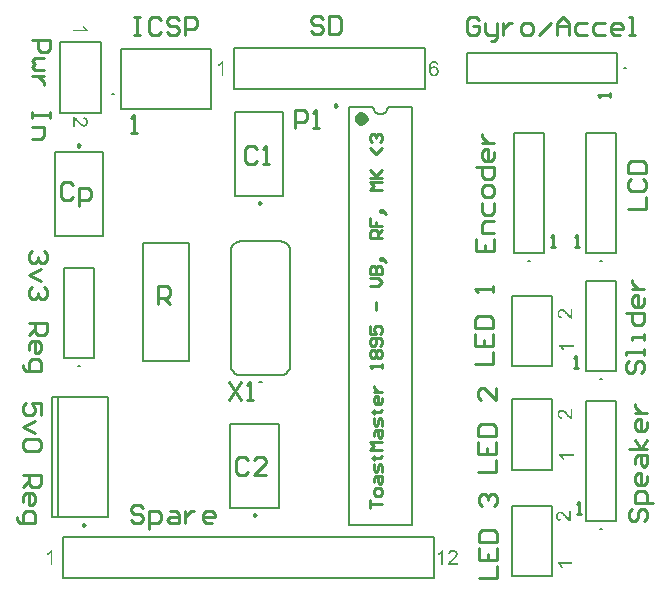
<source format=gto>
G04*
G04 #@! TF.GenerationSoftware,Altium Limited,Altium Designer,22.9.1 (49)*
G04*
G04 Layer_Color=65535*
%FSLAX25Y25*%
%MOIN*%
G70*
G04*
G04 #@! TF.SameCoordinates,75241AAF-32B0-4302-B227-1967B964D7D5*
G04*
G04*
G04 #@! TF.FilePolarity,Positive*
G04*
G01*
G75*
%ADD10C,0.00787*%
%ADD11C,0.00984*%
%ADD12C,0.00700*%
%ADD13C,0.02362*%
%ADD14C,0.00787*%
%ADD15C,0.01000*%
G36*
X26736Y197158D02*
X26750Y197143D01*
X26757Y197115D01*
X26779Y197079D01*
X26800Y197036D01*
X26829Y196986D01*
X26901Y196864D01*
X26979Y196721D01*
X27080Y196577D01*
X27194Y196426D01*
X27316Y196276D01*
X27323Y196269D01*
X27331Y196262D01*
X27352Y196240D01*
X27374Y196211D01*
X27445Y196147D01*
X27531Y196061D01*
X27632Y195975D01*
X27746Y195882D01*
X27861Y195803D01*
X27983Y195731D01*
Y195337D01*
X23000D01*
Y195946D01*
X26879D01*
X26872Y195953D01*
X26843Y195989D01*
X26800Y196032D01*
X26750Y196104D01*
X26685Y196183D01*
X26614Y196283D01*
X26535Y196398D01*
X26456Y196527D01*
Y196534D01*
X26449Y196541D01*
X26420Y196584D01*
X26384Y196656D01*
X26341Y196742D01*
X26291Y196842D01*
X26241Y196950D01*
X26191Y197057D01*
X26148Y197165D01*
X26736D01*
Y197158D01*
D02*
G37*
G36*
X23136Y166872D02*
X23201Y166865D01*
X23272Y166850D01*
X23344Y166836D01*
X23423Y166807D01*
X23430D01*
X23437Y166800D01*
X23480Y166786D01*
X23545Y166757D01*
X23631Y166714D01*
X23731Y166657D01*
X23846Y166585D01*
X23961Y166506D01*
X24083Y166406D01*
X24090D01*
X24097Y166391D01*
X24140Y166355D01*
X24205Y166291D01*
X24298Y166198D01*
X24405Y166090D01*
X24534Y165954D01*
X24678Y165789D01*
X24828Y165610D01*
X24836Y165603D01*
X24857Y165574D01*
X24893Y165531D01*
X24936Y165481D01*
X24993Y165416D01*
X25058Y165337D01*
X25130Y165258D01*
X25208Y165165D01*
X25380Y164986D01*
X25552Y164807D01*
X25639Y164721D01*
X25725Y164642D01*
X25804Y164570D01*
X25882Y164513D01*
X25890D01*
X25897Y164498D01*
X25918Y164484D01*
X25947Y164470D01*
X26026Y164419D01*
X26119Y164362D01*
X26234Y164312D01*
X26356Y164262D01*
X26492Y164233D01*
X26621Y164219D01*
X26628D01*
X26635D01*
X26678Y164226D01*
X26750Y164233D01*
X26829Y164255D01*
X26929Y164283D01*
X27029Y164333D01*
X27130Y164398D01*
X27230Y164484D01*
X27245Y164498D01*
X27273Y164534D01*
X27309Y164584D01*
X27359Y164663D01*
X27402Y164764D01*
X27445Y164878D01*
X27474Y165015D01*
X27481Y165165D01*
Y165208D01*
X27474Y165237D01*
X27467Y165323D01*
X27445Y165423D01*
X27417Y165531D01*
X27367Y165653D01*
X27302Y165768D01*
X27216Y165875D01*
X27202Y165889D01*
X27166Y165918D01*
X27108Y165961D01*
X27022Y166004D01*
X26922Y166054D01*
X26793Y166097D01*
X26649Y166126D01*
X26485Y166140D01*
X26549Y166764D01*
X26556D01*
X26578Y166757D01*
X26614D01*
X26664Y166750D01*
X26721Y166735D01*
X26786Y166721D01*
X26865Y166700D01*
X26943Y166678D01*
X27116Y166621D01*
X27288Y166535D01*
X27374Y166484D01*
X27460Y166420D01*
X27539Y166355D01*
X27610Y166284D01*
X27617Y166277D01*
X27625Y166262D01*
X27646Y166241D01*
X27668Y166205D01*
X27696Y166162D01*
X27725Y166112D01*
X27761Y166054D01*
X27797Y165983D01*
X27833Y165904D01*
X27868Y165818D01*
X27897Y165725D01*
X27926Y165624D01*
X27947Y165516D01*
X27969Y165402D01*
X27976Y165280D01*
X27983Y165151D01*
Y165079D01*
X27976Y165029D01*
X27969Y164972D01*
X27962Y164900D01*
X27947Y164821D01*
X27933Y164742D01*
X27883Y164556D01*
X27811Y164369D01*
X27768Y164276D01*
X27718Y164183D01*
X27653Y164097D01*
X27582Y164018D01*
X27575Y164011D01*
X27567Y163997D01*
X27539Y163982D01*
X27510Y163953D01*
X27474Y163918D01*
X27424Y163882D01*
X27374Y163846D01*
X27309Y163803D01*
X27173Y163731D01*
X27001Y163660D01*
X26915Y163631D01*
X26814Y163617D01*
X26714Y163602D01*
X26607Y163595D01*
X26592D01*
X26556D01*
X26499Y163602D01*
X26420Y163609D01*
X26334Y163624D01*
X26234Y163652D01*
X26126Y163681D01*
X26019Y163724D01*
X26004Y163731D01*
X25968Y163745D01*
X25911Y163774D01*
X25832Y163817D01*
X25746Y163875D01*
X25639Y163946D01*
X25531Y164032D01*
X25409Y164133D01*
X25395Y164147D01*
X25352Y164183D01*
X25316Y164219D01*
X25280Y164255D01*
X25237Y164298D01*
X25180Y164355D01*
X25122Y164412D01*
X25058Y164484D01*
X24986Y164556D01*
X24907Y164642D01*
X24828Y164735D01*
X24735Y164835D01*
X24642Y164950D01*
X24542Y165065D01*
X24534Y165072D01*
X24520Y165086D01*
X24498Y165115D01*
X24470Y165151D01*
X24427Y165194D01*
X24384Y165244D01*
X24291Y165359D01*
X24183Y165481D01*
X24076Y165595D01*
X23982Y165696D01*
X23946Y165739D01*
X23911Y165775D01*
X23903Y165782D01*
X23882Y165803D01*
X23853Y165832D01*
X23810Y165868D01*
X23760Y165904D01*
X23710Y165947D01*
X23588Y166033D01*
Y163588D01*
X23000D01*
Y166879D01*
X23007D01*
X23036D01*
X23079D01*
X23136Y166872D01*
D02*
G37*
G36*
X73163Y180500D02*
X72554D01*
Y184379D01*
X72547Y184372D01*
X72511Y184343D01*
X72468Y184300D01*
X72396Y184250D01*
X72317Y184185D01*
X72217Y184114D01*
X72102Y184035D01*
X71973Y183956D01*
X71966D01*
X71959Y183949D01*
X71916Y183920D01*
X71844Y183884D01*
X71758Y183841D01*
X71658Y183791D01*
X71550Y183741D01*
X71443Y183691D01*
X71335Y183648D01*
Y184236D01*
X71342D01*
X71356Y184250D01*
X71385Y184257D01*
X71421Y184279D01*
X71464Y184300D01*
X71514Y184329D01*
X71636Y184400D01*
X71780Y184479D01*
X71923Y184580D01*
X72074Y184695D01*
X72224Y184816D01*
X72231Y184824D01*
X72238Y184831D01*
X72260Y184852D01*
X72289Y184874D01*
X72353Y184945D01*
X72439Y185031D01*
X72525Y185132D01*
X72618Y185247D01*
X72697Y185361D01*
X72769Y185483D01*
X73163D01*
Y180500D01*
D02*
G37*
G36*
X143500Y185476D02*
X143550D01*
X143607Y185469D01*
X143744Y185440D01*
X143894Y185404D01*
X144052Y185347D01*
X144210Y185261D01*
X144288Y185211D01*
X144360Y185153D01*
X144367Y185146D01*
X144375Y185139D01*
X144396Y185117D01*
X144418Y185096D01*
X144453Y185060D01*
X144482Y185017D01*
X144561Y184917D01*
X144640Y184788D01*
X144711Y184630D01*
X144776Y184451D01*
X144819Y184250D01*
X144210Y184200D01*
Y184207D01*
X144202Y184214D01*
X144195Y184257D01*
X144174Y184322D01*
X144145Y184400D01*
X144116Y184486D01*
X144073Y184573D01*
X144023Y184651D01*
X143973Y184716D01*
X143959Y184730D01*
X143930Y184759D01*
X143880Y184802D01*
X143808Y184852D01*
X143715Y184895D01*
X143614Y184938D01*
X143492Y184967D01*
X143363Y184981D01*
X143313D01*
X143256Y184974D01*
X143191Y184960D01*
X143105Y184938D01*
X143019Y184909D01*
X142933Y184874D01*
X142847Y184816D01*
X142833Y184809D01*
X142797Y184781D01*
X142747Y184730D01*
X142682Y184659D01*
X142611Y184573D01*
X142532Y184472D01*
X142460Y184343D01*
X142388Y184200D01*
Y184193D01*
X142381Y184178D01*
X142374Y184157D01*
X142360Y184128D01*
X142352Y184085D01*
X142338Y184035D01*
X142324Y183977D01*
X142309Y183906D01*
X142288Y183827D01*
X142274Y183741D01*
X142259Y183648D01*
X142252Y183547D01*
X142238Y183432D01*
X142231Y183318D01*
X142224Y183189D01*
Y183060D01*
X142231Y183067D01*
X142259Y183110D01*
X142309Y183167D01*
X142374Y183239D01*
X142446Y183325D01*
X142539Y183404D01*
X142639Y183483D01*
X142754Y183554D01*
X142761D01*
X142768Y183562D01*
X142811Y183583D01*
X142876Y183605D01*
X142962Y183641D01*
X143062Y183669D01*
X143177Y183691D01*
X143299Y183712D01*
X143428Y183719D01*
X143485D01*
X143528Y183712D01*
X143586Y183705D01*
X143643Y183698D01*
X143715Y183684D01*
X143787Y183662D01*
X143951Y183612D01*
X144037Y183576D01*
X144123Y183526D01*
X144210Y183475D01*
X144303Y183418D01*
X144389Y183346D01*
X144468Y183268D01*
X144475Y183260D01*
X144489Y183246D01*
X144511Y183225D01*
X144532Y183189D01*
X144568Y183139D01*
X144604Y183088D01*
X144640Y183024D01*
X144683Y182952D01*
X144726Y182873D01*
X144762Y182787D01*
X144798Y182687D01*
X144833Y182587D01*
X144855Y182479D01*
X144876Y182357D01*
X144891Y182235D01*
X144898Y182106D01*
Y182099D01*
Y182085D01*
Y182063D01*
Y182027D01*
X144891Y181984D01*
Y181941D01*
X144869Y181826D01*
X144848Y181690D01*
X144812Y181547D01*
X144762Y181389D01*
X144690Y181238D01*
Y181231D01*
X144683Y181224D01*
X144668Y181203D01*
X144654Y181174D01*
X144611Y181102D01*
X144546Y181009D01*
X144468Y180909D01*
X144375Y180808D01*
X144260Y180708D01*
X144138Y180622D01*
X144131D01*
X144123Y180615D01*
X144102Y180600D01*
X144073Y180593D01*
X144002Y180557D01*
X143908Y180522D01*
X143787Y180479D01*
X143650Y180450D01*
X143500Y180421D01*
X143335Y180414D01*
X143299D01*
X143263Y180421D01*
X143206D01*
X143141Y180428D01*
X143070Y180443D01*
X142983Y180464D01*
X142897Y180486D01*
X142797Y180514D01*
X142697Y180550D01*
X142596Y180593D01*
X142489Y180651D01*
X142388Y180715D01*
X142288Y180787D01*
X142188Y180873D01*
X142094Y180973D01*
X142087Y180980D01*
X142073Y181002D01*
X142051Y181031D01*
X142023Y181081D01*
X141980Y181145D01*
X141944Y181217D01*
X141901Y181310D01*
X141858Y181411D01*
X141808Y181533D01*
X141765Y181669D01*
X141729Y181819D01*
X141693Y181984D01*
X141657Y182171D01*
X141636Y182371D01*
X141621Y182587D01*
X141614Y182816D01*
Y182823D01*
Y182830D01*
Y182852D01*
Y182880D01*
X141621Y182952D01*
Y183053D01*
X141628Y183167D01*
X141643Y183303D01*
X141657Y183454D01*
X141679Y183619D01*
X141707Y183784D01*
X141743Y183963D01*
X141786Y184135D01*
X141836Y184307D01*
X141901Y184472D01*
X141972Y184630D01*
X142051Y184781D01*
X142145Y184909D01*
X142152Y184917D01*
X142166Y184931D01*
X142195Y184960D01*
X142231Y185003D01*
X142274Y185046D01*
X142331Y185089D01*
X142403Y185146D01*
X142474Y185196D01*
X142560Y185247D01*
X142654Y185304D01*
X142761Y185347D01*
X142869Y185397D01*
X142991Y185433D01*
X143120Y185462D01*
X143256Y185476D01*
X143399Y185483D01*
X143457D01*
X143500Y185476D01*
D02*
G37*
G36*
X190000Y53719D02*
X186121D01*
X186128Y53712D01*
X186157Y53676D01*
X186200Y53633D01*
X186250Y53561D01*
X186315Y53482D01*
X186386Y53382D01*
X186465Y53267D01*
X186544Y53138D01*
Y53131D01*
X186551Y53124D01*
X186580Y53081D01*
X186616Y53009D01*
X186659Y52923D01*
X186709Y52823D01*
X186759Y52715D01*
X186809Y52608D01*
X186852Y52500D01*
X186264D01*
Y52507D01*
X186250Y52522D01*
X186243Y52550D01*
X186221Y52586D01*
X186200Y52629D01*
X186171Y52679D01*
X186100Y52801D01*
X186021Y52944D01*
X185920Y53088D01*
X185805Y53238D01*
X185684Y53389D01*
X185677Y53396D01*
X185669Y53403D01*
X185648Y53425D01*
X185626Y53454D01*
X185555Y53518D01*
X185469Y53604D01*
X185368Y53690D01*
X185254Y53783D01*
X185139Y53862D01*
X185017Y53934D01*
Y54328D01*
X190000D01*
Y53719D01*
D02*
G37*
G36*
X189500Y66007D02*
X189493D01*
X189464D01*
X189421D01*
X189364Y66014D01*
X189299Y66022D01*
X189227Y66036D01*
X189156Y66050D01*
X189077Y66079D01*
X189070D01*
X189063Y66086D01*
X189020Y66100D01*
X188955Y66129D01*
X188869Y66172D01*
X188769Y66229D01*
X188654Y66301D01*
X188539Y66380D01*
X188417Y66480D01*
X188410D01*
X188403Y66495D01*
X188360Y66531D01*
X188295Y66595D01*
X188202Y66688D01*
X188095Y66796D01*
X187966Y66932D01*
X187822Y67097D01*
X187672Y67276D01*
X187664Y67283D01*
X187643Y67312D01*
X187607Y67355D01*
X187564Y67405D01*
X187507Y67470D01*
X187442Y67549D01*
X187371Y67628D01*
X187292Y67721D01*
X187120Y67900D01*
X186948Y68079D01*
X186861Y68165D01*
X186775Y68244D01*
X186697Y68316D01*
X186618Y68373D01*
X186610D01*
X186603Y68388D01*
X186582Y68402D01*
X186553Y68416D01*
X186474Y68467D01*
X186381Y68524D01*
X186266Y68574D01*
X186144Y68624D01*
X186008Y68653D01*
X185879Y68667D01*
X185872D01*
X185865D01*
X185822Y68660D01*
X185750Y68653D01*
X185671Y68631D01*
X185571Y68603D01*
X185470Y68553D01*
X185370Y68488D01*
X185270Y68402D01*
X185255Y68388D01*
X185227Y68352D01*
X185191Y68302D01*
X185141Y68223D01*
X185098Y68122D01*
X185055Y68008D01*
X185026Y67871D01*
X185019Y67721D01*
Y67678D01*
X185026Y67649D01*
X185033Y67563D01*
X185055Y67463D01*
X185083Y67355D01*
X185134Y67233D01*
X185198Y67119D01*
X185284Y67011D01*
X185298Y66997D01*
X185334Y66968D01*
X185392Y66925D01*
X185478Y66882D01*
X185578Y66832D01*
X185707Y66789D01*
X185851Y66760D01*
X186015Y66746D01*
X185951Y66122D01*
X185944D01*
X185922Y66129D01*
X185886D01*
X185836Y66136D01*
X185779Y66151D01*
X185714Y66165D01*
X185635Y66186D01*
X185556Y66208D01*
X185384Y66265D01*
X185212Y66351D01*
X185126Y66401D01*
X185040Y66466D01*
X184961Y66531D01*
X184890Y66602D01*
X184882Y66610D01*
X184875Y66624D01*
X184854Y66645D01*
X184832Y66681D01*
X184804Y66724D01*
X184775Y66774D01*
X184739Y66832D01*
X184703Y66903D01*
X184667Y66982D01*
X184632Y67068D01*
X184603Y67162D01*
X184574Y67262D01*
X184553Y67370D01*
X184531Y67484D01*
X184524Y67606D01*
X184517Y67735D01*
Y67807D01*
X184524Y67857D01*
X184531Y67914D01*
X184538Y67986D01*
X184553Y68065D01*
X184567Y68144D01*
X184617Y68330D01*
X184689Y68517D01*
X184732Y68610D01*
X184782Y68703D01*
X184847Y68789D01*
X184918Y68868D01*
X184925Y68875D01*
X184933Y68889D01*
X184961Y68904D01*
X184990Y68932D01*
X185026Y68968D01*
X185076Y69004D01*
X185126Y69040D01*
X185191Y69083D01*
X185327Y69155D01*
X185499Y69226D01*
X185585Y69255D01*
X185686Y69270D01*
X185786Y69284D01*
X185893Y69291D01*
X185908D01*
X185944D01*
X186001Y69284D01*
X186080Y69277D01*
X186166Y69262D01*
X186266Y69234D01*
X186374Y69205D01*
X186481Y69162D01*
X186496Y69155D01*
X186532Y69140D01*
X186589Y69112D01*
X186668Y69069D01*
X186754Y69011D01*
X186861Y68940D01*
X186969Y68854D01*
X187091Y68753D01*
X187105Y68739D01*
X187148Y68703D01*
X187184Y68667D01*
X187220Y68631D01*
X187263Y68588D01*
X187320Y68531D01*
X187378Y68474D01*
X187442Y68402D01*
X187514Y68330D01*
X187593Y68244D01*
X187672Y68151D01*
X187765Y68051D01*
X187858Y67936D01*
X187958Y67821D01*
X187966Y67814D01*
X187980Y67800D01*
X188002Y67771D01*
X188030Y67735D01*
X188073Y67692D01*
X188116Y67642D01*
X188209Y67527D01*
X188317Y67405D01*
X188425Y67291D01*
X188518Y67190D01*
X188554Y67147D01*
X188589Y67111D01*
X188597Y67104D01*
X188618Y67083D01*
X188647Y67054D01*
X188690Y67018D01*
X188740Y66982D01*
X188790Y66939D01*
X188912Y66853D01*
Y69298D01*
X189500D01*
Y66007D01*
D02*
G37*
G36*
Y17719D02*
X185621D01*
X185628Y17712D01*
X185657Y17676D01*
X185700Y17633D01*
X185750Y17561D01*
X185815Y17482D01*
X185886Y17382D01*
X185965Y17267D01*
X186044Y17138D01*
Y17131D01*
X186051Y17124D01*
X186080Y17081D01*
X186116Y17009D01*
X186159Y16923D01*
X186209Y16823D01*
X186259Y16715D01*
X186309Y16608D01*
X186352Y16500D01*
X185764D01*
Y16507D01*
X185750Y16522D01*
X185743Y16550D01*
X185721Y16586D01*
X185700Y16629D01*
X185671Y16679D01*
X185600Y16801D01*
X185521Y16944D01*
X185420Y17088D01*
X185306Y17239D01*
X185184Y17389D01*
X185177Y17396D01*
X185169Y17403D01*
X185148Y17425D01*
X185126Y17454D01*
X185055Y17518D01*
X184969Y17604D01*
X184868Y17690D01*
X184754Y17783D01*
X184639Y17862D01*
X184517Y17934D01*
Y18328D01*
X189500D01*
Y17719D01*
D02*
G37*
G36*
X189000Y32007D02*
X188993D01*
X188964D01*
X188921D01*
X188864Y32014D01*
X188799Y32021D01*
X188727Y32036D01*
X188656Y32050D01*
X188577Y32079D01*
X188570D01*
X188563Y32086D01*
X188520Y32100D01*
X188455Y32129D01*
X188369Y32172D01*
X188269Y32229D01*
X188154Y32301D01*
X188039Y32380D01*
X187917Y32480D01*
X187910D01*
X187903Y32495D01*
X187860Y32531D01*
X187795Y32595D01*
X187702Y32688D01*
X187595Y32796D01*
X187466Y32932D01*
X187322Y33097D01*
X187172Y33276D01*
X187164Y33283D01*
X187143Y33312D01*
X187107Y33355D01*
X187064Y33405D01*
X187007Y33470D01*
X186942Y33549D01*
X186871Y33628D01*
X186792Y33721D01*
X186620Y33900D01*
X186448Y34079D01*
X186361Y34165D01*
X186275Y34244D01*
X186196Y34316D01*
X186118Y34373D01*
X186110D01*
X186103Y34388D01*
X186082Y34402D01*
X186053Y34416D01*
X185974Y34466D01*
X185881Y34524D01*
X185766Y34574D01*
X185644Y34624D01*
X185508Y34653D01*
X185379Y34667D01*
X185372D01*
X185365D01*
X185322Y34660D01*
X185250Y34653D01*
X185171Y34631D01*
X185071Y34603D01*
X184970Y34552D01*
X184870Y34488D01*
X184770Y34402D01*
X184755Y34388D01*
X184727Y34352D01*
X184691Y34302D01*
X184641Y34223D01*
X184598Y34122D01*
X184555Y34008D01*
X184526Y33871D01*
X184519Y33721D01*
Y33678D01*
X184526Y33649D01*
X184533Y33563D01*
X184555Y33463D01*
X184583Y33355D01*
X184634Y33233D01*
X184698Y33119D01*
X184784Y33011D01*
X184798Y32997D01*
X184834Y32968D01*
X184892Y32925D01*
X184978Y32882D01*
X185078Y32832D01*
X185207Y32789D01*
X185351Y32760D01*
X185515Y32746D01*
X185451Y32122D01*
X185444D01*
X185422Y32129D01*
X185386D01*
X185336Y32136D01*
X185279Y32151D01*
X185214Y32165D01*
X185135Y32186D01*
X185056Y32208D01*
X184884Y32265D01*
X184712Y32351D01*
X184626Y32401D01*
X184540Y32466D01*
X184461Y32531D01*
X184390Y32602D01*
X184382Y32609D01*
X184375Y32624D01*
X184354Y32645D01*
X184332Y32681D01*
X184304Y32724D01*
X184275Y32774D01*
X184239Y32832D01*
X184203Y32903D01*
X184167Y32982D01*
X184132Y33068D01*
X184103Y33162D01*
X184074Y33262D01*
X184053Y33369D01*
X184031Y33484D01*
X184024Y33606D01*
X184017Y33735D01*
Y33807D01*
X184024Y33857D01*
X184031Y33914D01*
X184038Y33986D01*
X184053Y34065D01*
X184067Y34144D01*
X184117Y34330D01*
X184189Y34517D01*
X184232Y34610D01*
X184282Y34703D01*
X184347Y34789D01*
X184418Y34868D01*
X184425Y34875D01*
X184433Y34890D01*
X184461Y34904D01*
X184490Y34933D01*
X184526Y34968D01*
X184576Y35004D01*
X184626Y35040D01*
X184691Y35083D01*
X184827Y35155D01*
X184999Y35227D01*
X185085Y35255D01*
X185186Y35269D01*
X185286Y35284D01*
X185394Y35291D01*
X185408D01*
X185444D01*
X185501Y35284D01*
X185580Y35277D01*
X185666Y35262D01*
X185766Y35234D01*
X185874Y35205D01*
X185981Y35162D01*
X185996Y35155D01*
X186032Y35140D01*
X186089Y35112D01*
X186168Y35069D01*
X186254Y35011D01*
X186361Y34940D01*
X186469Y34854D01*
X186591Y34753D01*
X186605Y34739D01*
X186648Y34703D01*
X186684Y34667D01*
X186720Y34631D01*
X186763Y34588D01*
X186820Y34531D01*
X186878Y34474D01*
X186942Y34402D01*
X187014Y34330D01*
X187093Y34244D01*
X187172Y34151D01*
X187265Y34051D01*
X187358Y33936D01*
X187458Y33821D01*
X187466Y33814D01*
X187480Y33800D01*
X187502Y33771D01*
X187530Y33735D01*
X187573Y33692D01*
X187616Y33642D01*
X187709Y33527D01*
X187817Y33405D01*
X187925Y33291D01*
X188018Y33190D01*
X188054Y33147D01*
X188089Y33111D01*
X188097Y33104D01*
X188118Y33083D01*
X188147Y33054D01*
X188190Y33018D01*
X188240Y32982D01*
X188290Y32939D01*
X188412Y32853D01*
Y35298D01*
X189000D01*
Y32007D01*
D02*
G37*
G36*
X16163Y17500D02*
X15554D01*
Y21379D01*
X15547Y21372D01*
X15511Y21343D01*
X15468Y21300D01*
X15396Y21250D01*
X15317Y21185D01*
X15217Y21114D01*
X15102Y21035D01*
X14973Y20956D01*
X14966D01*
X14959Y20949D01*
X14916Y20920D01*
X14844Y20884D01*
X14758Y20841D01*
X14658Y20791D01*
X14550Y20741D01*
X14443Y20691D01*
X14335Y20648D01*
Y21236D01*
X14342D01*
X14356Y21250D01*
X14385Y21257D01*
X14421Y21279D01*
X14464Y21300D01*
X14514Y21329D01*
X14636Y21400D01*
X14780Y21479D01*
X14923Y21580D01*
X15074Y21695D01*
X15224Y21816D01*
X15231Y21824D01*
X15238Y21831D01*
X15260Y21852D01*
X15289Y21874D01*
X15353Y21945D01*
X15439Y22031D01*
X15525Y22132D01*
X15618Y22246D01*
X15697Y22361D01*
X15769Y22483D01*
X16163D01*
Y17500D01*
D02*
G37*
G36*
X149769Y22476D02*
X149827Y22469D01*
X149898Y22462D01*
X149977Y22447D01*
X150056Y22433D01*
X150242Y22383D01*
X150429Y22311D01*
X150522Y22268D01*
X150615Y22218D01*
X150701Y22153D01*
X150780Y22082D01*
X150787Y22074D01*
X150802Y22067D01*
X150816Y22039D01*
X150845Y22010D01*
X150881Y21974D01*
X150916Y21924D01*
X150952Y21874D01*
X150995Y21809D01*
X151067Y21673D01*
X151139Y21501D01*
X151167Y21415D01*
X151182Y21314D01*
X151196Y21214D01*
X151203Y21106D01*
Y21092D01*
Y21056D01*
X151196Y20999D01*
X151189Y20920D01*
X151174Y20834D01*
X151146Y20734D01*
X151117Y20626D01*
X151074Y20519D01*
X151067Y20504D01*
X151053Y20468D01*
X151024Y20411D01*
X150981Y20332D01*
X150924Y20246D01*
X150852Y20139D01*
X150766Y20031D01*
X150665Y19909D01*
X150651Y19895D01*
X150615Y19852D01*
X150579Y19816D01*
X150544Y19780D01*
X150501Y19737D01*
X150443Y19680D01*
X150386Y19622D01*
X150314Y19558D01*
X150242Y19486D01*
X150156Y19407D01*
X150063Y19328D01*
X149963Y19235D01*
X149848Y19142D01*
X149733Y19042D01*
X149726Y19034D01*
X149712Y19020D01*
X149683Y18999D01*
X149647Y18970D01*
X149604Y18927D01*
X149554Y18884D01*
X149439Y18791D01*
X149318Y18683D01*
X149203Y18575D01*
X149102Y18482D01*
X149059Y18446D01*
X149024Y18411D01*
X149016Y18403D01*
X148995Y18382D01*
X148966Y18353D01*
X148930Y18310D01*
X148895Y18260D01*
X148852Y18210D01*
X148765Y18088D01*
X151210D01*
Y17500D01*
X147919D01*
Y17507D01*
Y17536D01*
Y17579D01*
X147926Y17636D01*
X147934Y17701D01*
X147948Y17773D01*
X147962Y17844D01*
X147991Y17923D01*
Y17930D01*
X147998Y17937D01*
X148013Y17980D01*
X148041Y18045D01*
X148084Y18131D01*
X148142Y18231D01*
X148213Y18346D01*
X148292Y18461D01*
X148393Y18583D01*
Y18590D01*
X148407Y18597D01*
X148443Y18640D01*
X148507Y18705D01*
X148600Y18798D01*
X148708Y18905D01*
X148844Y19034D01*
X149009Y19178D01*
X149188Y19328D01*
X149196Y19335D01*
X149224Y19357D01*
X149267Y19393D01*
X149318Y19436D01*
X149382Y19493D01*
X149461Y19558D01*
X149540Y19629D01*
X149633Y19708D01*
X149812Y19880D01*
X149992Y20053D01*
X150077Y20139D01*
X150156Y20225D01*
X150228Y20303D01*
X150285Y20382D01*
Y20390D01*
X150300Y20397D01*
X150314Y20418D01*
X150329Y20447D01*
X150379Y20526D01*
X150436Y20619D01*
X150486Y20734D01*
X150536Y20856D01*
X150565Y20992D01*
X150579Y21121D01*
Y21128D01*
Y21135D01*
X150572Y21178D01*
X150565Y21250D01*
X150544Y21329D01*
X150515Y21429D01*
X150465Y21530D01*
X150400Y21630D01*
X150314Y21730D01*
X150300Y21745D01*
X150264Y21773D01*
X150214Y21809D01*
X150135Y21859D01*
X150034Y21902D01*
X149920Y21945D01*
X149784Y21974D01*
X149633Y21981D01*
X149590D01*
X149561Y21974D01*
X149475Y21967D01*
X149375Y21945D01*
X149267Y21917D01*
X149145Y21867D01*
X149031Y21802D01*
X148923Y21716D01*
X148909Y21702D01*
X148880Y21666D01*
X148837Y21608D01*
X148794Y21522D01*
X148744Y21422D01*
X148701Y21293D01*
X148672Y21149D01*
X148658Y20985D01*
X148034Y21049D01*
Y21056D01*
X148041Y21078D01*
Y21114D01*
X148048Y21164D01*
X148063Y21221D01*
X148077Y21286D01*
X148099Y21365D01*
X148120Y21443D01*
X148178Y21616D01*
X148264Y21788D01*
X148314Y21874D01*
X148378Y21960D01*
X148443Y22039D01*
X148514Y22110D01*
X148522Y22118D01*
X148536Y22125D01*
X148557Y22146D01*
X148593Y22168D01*
X148636Y22196D01*
X148687Y22225D01*
X148744Y22261D01*
X148816Y22297D01*
X148895Y22333D01*
X148980Y22368D01*
X149074Y22397D01*
X149174Y22426D01*
X149282Y22447D01*
X149396Y22469D01*
X149518Y22476D01*
X149647Y22483D01*
X149719D01*
X149769Y22476D01*
D02*
G37*
G36*
X146442Y17500D02*
X145833D01*
Y21379D01*
X145826Y21372D01*
X145790Y21343D01*
X145747Y21300D01*
X145675Y21250D01*
X145596Y21185D01*
X145496Y21114D01*
X145381Y21035D01*
X145252Y20956D01*
X145245D01*
X145238Y20949D01*
X145195Y20920D01*
X145123Y20884D01*
X145037Y20841D01*
X144937Y20791D01*
X144829Y20741D01*
X144722Y20691D01*
X144614Y20648D01*
Y21236D01*
X144621D01*
X144635Y21250D01*
X144664Y21257D01*
X144700Y21279D01*
X144743Y21300D01*
X144793Y21329D01*
X144915Y21400D01*
X145059Y21479D01*
X145202Y21580D01*
X145352Y21695D01*
X145503Y21816D01*
X145510Y21824D01*
X145517Y21831D01*
X145539Y21852D01*
X145568Y21874D01*
X145632Y21945D01*
X145718Y22031D01*
X145804Y22132D01*
X145897Y22246D01*
X145976Y22361D01*
X146048Y22483D01*
X146442D01*
Y17500D01*
D02*
G37*
G36*
X190000Y90219D02*
X186121D01*
X186128Y90212D01*
X186157Y90176D01*
X186200Y90133D01*
X186250Y90061D01*
X186315Y89982D01*
X186386Y89882D01*
X186465Y89767D01*
X186544Y89638D01*
Y89631D01*
X186551Y89624D01*
X186580Y89581D01*
X186616Y89509D01*
X186659Y89423D01*
X186709Y89323D01*
X186759Y89215D01*
X186809Y89108D01*
X186852Y89000D01*
X186264D01*
Y89007D01*
X186250Y89021D01*
X186243Y89050D01*
X186221Y89086D01*
X186200Y89129D01*
X186171Y89179D01*
X186100Y89301D01*
X186021Y89445D01*
X185920Y89588D01*
X185805Y89739D01*
X185684Y89889D01*
X185677Y89896D01*
X185669Y89903D01*
X185648Y89925D01*
X185626Y89954D01*
X185555Y90018D01*
X185469Y90104D01*
X185368Y90190D01*
X185254Y90283D01*
X185139Y90362D01*
X185017Y90434D01*
Y90828D01*
X190000D01*
Y90219D01*
D02*
G37*
G36*
X189500Y99507D02*
X189493D01*
X189464D01*
X189421D01*
X189364Y99514D01*
X189299Y99521D01*
X189227Y99536D01*
X189156Y99550D01*
X189077Y99579D01*
X189070D01*
X189063Y99586D01*
X189020Y99600D01*
X188955Y99629D01*
X188869Y99672D01*
X188769Y99729D01*
X188654Y99801D01*
X188539Y99880D01*
X188417Y99980D01*
X188410D01*
X188403Y99995D01*
X188360Y100031D01*
X188295Y100095D01*
X188202Y100188D01*
X188095Y100296D01*
X187966Y100432D01*
X187822Y100597D01*
X187672Y100776D01*
X187664Y100783D01*
X187643Y100812D01*
X187607Y100855D01*
X187564Y100905D01*
X187507Y100970D01*
X187442Y101049D01*
X187371Y101128D01*
X187292Y101221D01*
X187120Y101400D01*
X186948Y101579D01*
X186861Y101665D01*
X186775Y101744D01*
X186697Y101816D01*
X186618Y101873D01*
X186610D01*
X186603Y101888D01*
X186582Y101902D01*
X186553Y101916D01*
X186474Y101967D01*
X186381Y102024D01*
X186266Y102074D01*
X186144Y102124D01*
X186008Y102153D01*
X185879Y102167D01*
X185872D01*
X185865D01*
X185822Y102160D01*
X185750Y102153D01*
X185671Y102131D01*
X185571Y102103D01*
X185470Y102052D01*
X185370Y101988D01*
X185270Y101902D01*
X185255Y101888D01*
X185227Y101852D01*
X185191Y101802D01*
X185141Y101723D01*
X185098Y101622D01*
X185055Y101508D01*
X185026Y101371D01*
X185019Y101221D01*
Y101178D01*
X185026Y101149D01*
X185033Y101063D01*
X185055Y100963D01*
X185083Y100855D01*
X185134Y100733D01*
X185198Y100619D01*
X185284Y100511D01*
X185298Y100497D01*
X185334Y100468D01*
X185392Y100425D01*
X185478Y100382D01*
X185578Y100332D01*
X185707Y100289D01*
X185851Y100260D01*
X186015Y100246D01*
X185951Y99622D01*
X185944D01*
X185922Y99629D01*
X185886D01*
X185836Y99636D01*
X185779Y99651D01*
X185714Y99665D01*
X185635Y99686D01*
X185556Y99708D01*
X185384Y99765D01*
X185212Y99851D01*
X185126Y99901D01*
X185040Y99966D01*
X184961Y100031D01*
X184890Y100102D01*
X184882Y100110D01*
X184875Y100124D01*
X184854Y100145D01*
X184832Y100181D01*
X184804Y100224D01*
X184775Y100274D01*
X184739Y100332D01*
X184703Y100403D01*
X184667Y100482D01*
X184632Y100568D01*
X184603Y100662D01*
X184574Y100762D01*
X184553Y100870D01*
X184531Y100984D01*
X184524Y101106D01*
X184517Y101235D01*
Y101307D01*
X184524Y101357D01*
X184531Y101414D01*
X184538Y101486D01*
X184553Y101565D01*
X184567Y101644D01*
X184617Y101830D01*
X184689Y102017D01*
X184732Y102110D01*
X184782Y102203D01*
X184847Y102289D01*
X184918Y102368D01*
X184925Y102375D01*
X184933Y102390D01*
X184961Y102404D01*
X184990Y102433D01*
X185026Y102468D01*
X185076Y102504D01*
X185126Y102540D01*
X185191Y102583D01*
X185327Y102655D01*
X185499Y102726D01*
X185585Y102755D01*
X185686Y102769D01*
X185786Y102784D01*
X185893Y102791D01*
X185908D01*
X185944D01*
X186001Y102784D01*
X186080Y102777D01*
X186166Y102762D01*
X186266Y102734D01*
X186374Y102705D01*
X186481Y102662D01*
X186496Y102655D01*
X186532Y102640D01*
X186589Y102612D01*
X186668Y102569D01*
X186754Y102511D01*
X186861Y102440D01*
X186969Y102354D01*
X187091Y102253D01*
X187105Y102239D01*
X187148Y102203D01*
X187184Y102167D01*
X187220Y102131D01*
X187263Y102088D01*
X187320Y102031D01*
X187378Y101974D01*
X187442Y101902D01*
X187514Y101830D01*
X187593Y101744D01*
X187672Y101651D01*
X187765Y101551D01*
X187858Y101436D01*
X187958Y101321D01*
X187966Y101314D01*
X187980Y101300D01*
X188002Y101271D01*
X188030Y101235D01*
X188073Y101192D01*
X188116Y101142D01*
X188209Y101027D01*
X188317Y100905D01*
X188425Y100791D01*
X188518Y100690D01*
X188554Y100647D01*
X188589Y100611D01*
X188597Y100604D01*
X188618Y100583D01*
X188647Y100554D01*
X188690Y100518D01*
X188740Y100482D01*
X188790Y100439D01*
X188912Y100353D01*
Y102798D01*
X189500D01*
Y99507D01*
D02*
G37*
%LPC*%
G36*
X143306Y183182D02*
X143263D01*
X143234Y183174D01*
X143163Y183167D01*
X143062Y183146D01*
X142955Y183110D01*
X142833Y183053D01*
X142718Y182981D01*
X142604Y182880D01*
X142589Y182866D01*
X142560Y182830D01*
X142510Y182766D01*
X142460Y182673D01*
X142410Y182565D01*
X142360Y182429D01*
X142331Y182278D01*
X142317Y182106D01*
Y182092D01*
Y182056D01*
X142324Y181991D01*
X142331Y181913D01*
X142345Y181819D01*
X142374Y181719D01*
X142403Y181611D01*
X142446Y181504D01*
X142453Y181490D01*
X142474Y181454D01*
X142503Y181403D01*
X142546Y181339D01*
X142596Y181274D01*
X142661Y181195D01*
X142733Y181131D01*
X142819Y181066D01*
X142833Y181059D01*
X142862Y181045D01*
X142912Y181016D01*
X142976Y180995D01*
X143048Y180966D01*
X143134Y180937D01*
X143227Y180923D01*
X143328Y180916D01*
X143363D01*
X143392Y180923D01*
X143464Y180930D01*
X143557Y180952D01*
X143657Y180995D01*
X143772Y181045D01*
X143887Y181124D01*
X143944Y181167D01*
X143994Y181224D01*
Y181231D01*
X144009Y181238D01*
X144037Y181281D01*
X144080Y181353D01*
X144138Y181446D01*
X144188Y181568D01*
X144231Y181712D01*
X144260Y181877D01*
X144274Y182070D01*
Y182077D01*
Y182092D01*
Y182120D01*
X144267Y182156D01*
Y182199D01*
X144260Y182249D01*
X144238Y182364D01*
X144210Y182493D01*
X144159Y182630D01*
X144088Y182758D01*
X143994Y182880D01*
X143980Y182895D01*
X143944Y182931D01*
X143887Y182974D01*
X143808Y183031D01*
X143708Y183088D01*
X143593Y183131D01*
X143457Y183167D01*
X143306Y183182D01*
D02*
G37*
%LPD*%
D10*
X36835Y174500D02*
X36047D01*
X36835D01*
X25394Y83941D02*
X24606D01*
X25394D01*
X75657Y83906D02*
X75816Y82902D01*
X76278Y81996D01*
X76996Y81278D01*
X77902Y80816D01*
X78905Y80658D01*
X92094Y80658D02*
X93098Y80816D01*
X94004Y81278D01*
X94722Y81996D01*
X95184Y82902D01*
X95342Y83906D01*
Y122095D02*
X95184Y123098D01*
X94722Y124004D01*
X94004Y124722D01*
X93098Y125184D01*
X92094Y125343D01*
X78905Y125343D02*
X77902Y125183D01*
X76996Y124722D01*
X76278Y124004D01*
X75816Y123098D01*
X75657Y122095D01*
X123000Y170185D02*
X123190Y169228D01*
X123732Y168417D01*
X124543Y167875D01*
X125500Y167685D01*
X126457Y167875D01*
X127268Y168417D01*
X127810Y169228D01*
X128000Y170185D01*
X199394Y118941D02*
X198606D01*
X199394D01*
X175394D02*
X174606D01*
X175394D01*
X199394Y79441D02*
X198606D01*
X199394D01*
Y29441D02*
X198606D01*
X199394D01*
X207453Y183000D02*
X206665D01*
X207453D01*
X39000Y169500D02*
Y189500D01*
X69000Y169500D02*
Y189500D01*
X39000D02*
X69000D01*
X39000Y169500D02*
X69000D01*
X20000Y86500D02*
X30000D01*
X20000Y116500D02*
X30000D01*
X20000Y86500D02*
Y116500D01*
X30000Y86500D02*
Y116500D01*
X46323Y85315D02*
X61677D01*
X46323Y124685D02*
X61677D01*
Y85315D02*
Y124685D01*
X46323Y85315D02*
Y124685D01*
X75488Y36504D02*
Y64496D01*
X91512Y36504D02*
Y64496D01*
X75488Y36504D02*
X91512D01*
X75488Y64496D02*
X91512D01*
X78906Y80657D02*
X92094D01*
X75657Y83906D02*
Y122095D01*
X95343Y83906D02*
Y122094D01*
X78906Y125343D02*
X92095D01*
X76988Y140504D02*
Y168496D01*
X93012Y140504D02*
Y168496D01*
X76988Y140504D02*
X93012D01*
X76988Y168496D02*
X93012D01*
X115067Y30815D02*
X135933D01*
X128000Y170185D02*
X135933D01*
X115067D02*
X123000D01*
X135933Y30815D02*
Y170185D01*
X115067Y30815D02*
Y170185D01*
X17996Y33421D02*
Y73579D01*
X16028Y33421D02*
Y73579D01*
X34532Y33421D02*
Y73579D01*
X16028D02*
X34532D01*
X16028Y33421D02*
X34532D01*
X33012Y127004D02*
Y154996D01*
X16988Y127004D02*
Y154996D01*
X33012D01*
X16988Y127004D02*
X33012D01*
X194000Y121500D02*
X204000D01*
X194000Y161500D02*
X204000D01*
X194000Y121500D02*
Y161500D01*
X204000Y121500D02*
Y161500D01*
X170000Y121500D02*
X180000D01*
X170000Y161500D02*
X180000D01*
X170000Y121500D02*
Y161500D01*
X180000Y121500D02*
Y161500D01*
X194000Y82000D02*
X204000D01*
X194000Y112000D02*
X204000D01*
X194000Y82000D02*
Y112000D01*
X204000Y82000D02*
Y112000D01*
X194000Y32000D02*
X204000D01*
X194000Y72000D02*
X204000D01*
X194000Y32000D02*
Y72000D01*
X204000Y32000D02*
Y72000D01*
X204500Y178000D02*
Y188000D01*
X154500Y178000D02*
Y188000D01*
Y178000D02*
X204500D01*
X154500Y188000D02*
X204500D01*
D11*
X84148Y34189D02*
X83409Y34615D01*
Y33763D01*
X84148Y34189D01*
X85648Y138189D02*
X84909Y138615D01*
Y137763D01*
X85648Y138189D01*
X110992Y170618D02*
X110254Y171044D01*
Y170192D01*
X110992Y170618D01*
X26992Y30862D02*
X26254Y31288D01*
Y30436D01*
X26992Y30862D01*
X25337Y157311D02*
X24598Y157737D01*
Y156885D01*
X25337Y157311D01*
D12*
X85850Y78382D02*
X85150D01*
X85850D01*
D13*
X120185Y166248D02*
X119740Y167172D01*
X118741Y167400D01*
X117940Y166761D01*
Y165736D01*
X118741Y165096D01*
X119740Y165325D01*
X120185Y166248D01*
D14*
X18728Y191772D02*
X32272D01*
X18728Y168228D02*
Y191772D01*
Y168228D02*
X32272D01*
Y191772D01*
X76728Y176228D02*
Y189772D01*
Y176228D02*
X140272D01*
Y189772D01*
X76728D02*
X140272D01*
X169228Y49228D02*
X182772D01*
Y72772D01*
X169228D02*
X182772D01*
X169228Y49228D02*
Y72772D01*
Y13728D02*
X182772D01*
Y37272D01*
X169228D02*
X182772D01*
X169228Y13728D02*
Y37272D01*
X19728Y13228D02*
Y26772D01*
Y13228D02*
X143272D01*
Y26772D01*
X19728D02*
X143272D01*
X169228Y83728D02*
X182772D01*
Y107272D01*
X169228D02*
X182772D01*
X169228Y83728D02*
Y107272D01*
D15*
X43503Y199999D02*
X45503D01*
X44503D01*
Y194001D01*
X43503D01*
X45503D01*
X52500Y198999D02*
X51501Y199999D01*
X49501D01*
X48502Y198999D01*
Y195001D01*
X49501Y194001D01*
X51501D01*
X52500Y195001D01*
X58499Y198999D02*
X57499Y199999D01*
X55500D01*
X54500Y198999D01*
Y198000D01*
X55500Y197000D01*
X57499D01*
X58499Y196000D01*
Y195001D01*
X57499Y194001D01*
X55500D01*
X54500Y195001D01*
X60498Y194001D02*
Y199999D01*
X63497D01*
X64497Y198999D01*
Y197000D01*
X63497Y196000D01*
X60498D01*
X13499Y121994D02*
X14499Y120994D01*
Y118994D01*
X13499Y117995D01*
X12499D01*
X11500Y118994D01*
Y119994D01*
Y118994D01*
X10500Y117995D01*
X9500D01*
X8501Y118994D01*
Y120994D01*
X9500Y121994D01*
X12499Y115996D02*
X8501Y113996D01*
X12499Y111997D01*
X13499Y109997D02*
X14499Y108998D01*
Y106998D01*
X13499Y105999D01*
X12499D01*
X11500Y106998D01*
Y107998D01*
Y106998D01*
X10500Y105999D01*
X9500D01*
X8501Y106998D01*
Y108998D01*
X9500Y109997D01*
X8501Y98001D02*
X14499D01*
Y95002D01*
X13499Y94003D01*
X11500D01*
X10500Y95002D01*
Y98001D01*
Y96002D02*
X8501Y94003D01*
Y89004D02*
Y91004D01*
X9500Y92003D01*
X11500D01*
X12499Y91004D01*
Y89004D01*
X11500Y88004D01*
X10500D01*
Y92003D01*
X6501Y84006D02*
Y83006D01*
X7501Y82007D01*
X12499D01*
Y85005D01*
X11500Y86005D01*
X9500D01*
X8501Y85005D01*
Y82007D01*
X191000Y34500D02*
X192333D01*
X191666D01*
Y38499D01*
X191000Y37832D01*
X190000Y83000D02*
X191333D01*
X190666D01*
Y86999D01*
X190000Y86332D01*
X182500Y123500D02*
X183833D01*
X183167D01*
Y127499D01*
X182500Y126832D01*
X190500Y123500D02*
X191833D01*
X191166D01*
Y127499D01*
X190500Y126832D01*
X202000Y173500D02*
Y174833D01*
Y174167D01*
X198001D01*
X198668Y173500D01*
X42500Y161500D02*
X44499D01*
X43500D01*
Y167498D01*
X42500Y166498D01*
X51501Y104501D02*
Y110499D01*
X54500D01*
X55499Y109499D01*
Y107500D01*
X54500Y106500D01*
X51501D01*
X53500D02*
X55499Y104501D01*
X122168Y36500D02*
Y39166D01*
Y37833D01*
X126167D01*
Y41165D02*
Y42498D01*
X125501Y43165D01*
X124168D01*
X123501Y42498D01*
Y41165D01*
X124168Y40499D01*
X125501D01*
X126167Y41165D01*
X123501Y45164D02*
Y46497D01*
X124168Y47163D01*
X126167D01*
Y45164D01*
X125501Y44497D01*
X124834Y45164D01*
Y47163D01*
X126167Y48496D02*
Y50495D01*
X125501Y51162D01*
X124834Y50495D01*
Y49163D01*
X124168Y48496D01*
X123501Y49163D01*
Y51162D01*
X122835Y53161D02*
X123501D01*
Y52495D01*
Y53828D01*
Y53161D01*
X125501D01*
X126167Y53828D01*
Y55827D02*
X122168D01*
X123501Y57160D01*
X122168Y58493D01*
X126167D01*
X123501Y60492D02*
Y61825D01*
X124168Y62492D01*
X126167D01*
Y60492D01*
X125501Y59826D01*
X124834Y60492D01*
Y62492D01*
X126167Y63824D02*
Y65824D01*
X125501Y66490D01*
X124834Y65824D01*
Y64491D01*
X124168Y63824D01*
X123501Y64491D01*
Y66490D01*
X122835Y68490D02*
X123501D01*
Y67823D01*
Y69156D01*
Y68490D01*
X125501D01*
X126167Y69156D01*
Y73155D02*
Y71822D01*
X125501Y71156D01*
X124168D01*
X123501Y71822D01*
Y73155D01*
X124168Y73821D01*
X124834D01*
Y71156D01*
X123501Y75154D02*
X126167D01*
X124834D01*
X124168Y75821D01*
X123501Y76487D01*
Y77153D01*
X126167Y83152D02*
Y84484D01*
Y83818D01*
X122168D01*
X122835Y83152D01*
Y86484D02*
X122168Y87150D01*
Y88483D01*
X122835Y89150D01*
X123501D01*
X124168Y88483D01*
X124834Y89150D01*
X125501D01*
X126167Y88483D01*
Y87150D01*
X125501Y86484D01*
X124834D01*
X124168Y87150D01*
X123501Y86484D01*
X122835D01*
X124168Y87150D02*
Y88483D01*
X125501Y90483D02*
X126167Y91149D01*
Y92482D01*
X125501Y93148D01*
X122835D01*
X122168Y92482D01*
Y91149D01*
X122835Y90483D01*
X123501D01*
X124168Y91149D01*
Y93148D01*
X122168Y97147D02*
Y94481D01*
X124168D01*
X123501Y95814D01*
Y96481D01*
X124168Y97147D01*
X125501D01*
X126167Y96481D01*
Y95148D01*
X125501Y94481D01*
X124168Y102479D02*
Y105145D01*
X122168Y110476D02*
X124834D01*
X126167Y111809D01*
X124834Y113142D01*
X122168D01*
Y114475D02*
X126167D01*
Y116474D01*
X125501Y117141D01*
X124834D01*
X124168Y116474D01*
Y114475D01*
Y116474D01*
X123501Y117141D01*
X122835D01*
X122168Y116474D01*
Y114475D01*
X126833Y119140D02*
X126167Y119807D01*
X125501D01*
Y119140D01*
X126167D01*
Y119807D01*
X126833Y119140D01*
X127500Y118474D01*
X126167Y126471D02*
X122168D01*
Y128470D01*
X122835Y129137D01*
X124168D01*
X124834Y128470D01*
Y126471D01*
Y127804D02*
X126167Y129137D01*
X122168Y133135D02*
Y130470D01*
X124168D01*
Y131803D01*
Y130470D01*
X126167D01*
X126833Y135135D02*
X126167Y135801D01*
X125501D01*
Y135135D01*
X126167D01*
Y135801D01*
X126833Y135135D01*
X127500Y134468D01*
X126167Y142466D02*
X122168D01*
X123501Y143799D01*
X122168Y145132D01*
X126167D01*
X122168Y146465D02*
X126167D01*
X124834D01*
X122168Y149130D01*
X124168Y147131D01*
X126167Y149130D01*
Y156461D02*
X124168Y154462D01*
X122168Y156461D01*
X122835Y158461D02*
X122168Y159127D01*
Y160460D01*
X122835Y161126D01*
X123501D01*
X124168Y160460D01*
Y159794D01*
Y160460D01*
X124834Y161126D01*
X125501D01*
X126167Y160460D01*
Y159127D01*
X125501Y158461D01*
X81500Y52499D02*
X80501Y53499D01*
X78501D01*
X77502Y52499D01*
Y48501D01*
X78501Y47501D01*
X80501D01*
X81500Y48501D01*
X87498Y47501D02*
X83500D01*
X87498Y51500D01*
Y52499D01*
X86499Y53499D01*
X84499D01*
X83500Y52499D01*
X75001Y78499D02*
X79000Y72501D01*
Y78499D02*
X75001Y72501D01*
X80999D02*
X82999D01*
X81999D01*
Y78499D01*
X80999Y77499D01*
X84500Y155999D02*
X83500Y156999D01*
X81501D01*
X80501Y155999D01*
Y152001D01*
X81501Y151001D01*
X83500D01*
X84500Y152001D01*
X86499Y151001D02*
X88499D01*
X87499D01*
Y156999D01*
X86499Y155999D01*
X97001Y163001D02*
Y168999D01*
X100000D01*
X101000Y167999D01*
Y166000D01*
X100000Y165000D01*
X97001D01*
X102999Y163001D02*
X104999D01*
X103999D01*
Y168999D01*
X102999Y167999D01*
X12499Y67495D02*
Y71494D01*
X9500D01*
X10499Y69494D01*
Y68494D01*
X9500Y67495D01*
X7500D01*
X6501Y68494D01*
Y70494D01*
X7500Y71494D01*
X10499Y65496D02*
X6501Y63496D01*
X10499Y61497D01*
X11499Y59497D02*
X12499Y58498D01*
Y56498D01*
X11499Y55499D01*
X7500D01*
X6501Y56498D01*
Y58498D01*
X7500Y59497D01*
X11499D01*
X6501Y47501D02*
X12499D01*
Y44502D01*
X11499Y43503D01*
X9500D01*
X8500Y44502D01*
Y47501D01*
Y45502D02*
X6501Y43503D01*
Y38504D02*
Y40504D01*
X7500Y41503D01*
X9500D01*
X10499Y40504D01*
Y38504D01*
X9500Y37505D01*
X8500D01*
Y41503D01*
X4501Y33506D02*
Y32506D01*
X5501Y31506D01*
X10499D01*
Y34506D01*
X9500Y35505D01*
X7500D01*
X6501Y34506D01*
Y31506D01*
X23000Y143999D02*
X22001Y144999D01*
X20001D01*
X19002Y143999D01*
Y140000D01*
X20001Y139001D01*
X22001D01*
X23000Y140000D01*
X25000Y137001D02*
Y142999D01*
X27999D01*
X28998Y142000D01*
Y140000D01*
X27999Y139001D01*
X25000D01*
X9501Y192495D02*
X15499D01*
Y189496D01*
X14499Y188496D01*
X12500D01*
X11500Y189496D01*
Y192495D01*
X13500Y186497D02*
X10501D01*
X9501Y185497D01*
X10501Y184497D01*
X9501Y183498D01*
X10501Y182498D01*
X13500D01*
Y180499D02*
X9501D01*
X11500D01*
X12500Y179499D01*
X13500Y178499D01*
Y177499D01*
X15499Y168502D02*
Y166503D01*
Y167503D01*
X9501D01*
Y168502D01*
Y166503D01*
Y163504D02*
X13500D01*
Y160505D01*
X12500Y159505D01*
X9501D01*
X106500Y199499D02*
X105501Y200499D01*
X103501D01*
X102502Y199499D01*
Y198500D01*
X103501Y197500D01*
X105501D01*
X106500Y196500D01*
Y195501D01*
X105501Y194501D01*
X103501D01*
X102502Y195501D01*
X108500Y200499D02*
Y194501D01*
X111499D01*
X112498Y195501D01*
Y199499D01*
X111499Y200499D01*
X108500D01*
X208001Y136003D02*
X213999D01*
Y140001D01*
X209001Y145999D02*
X208001Y145000D01*
Y143000D01*
X209001Y142001D01*
X212999D01*
X213999Y143000D01*
Y145000D01*
X212999Y145999D01*
X208001Y147999D02*
X213999D01*
Y150998D01*
X212999Y151997D01*
X209001D01*
X208001Y150998D01*
Y147999D01*
X157501Y126005D02*
Y122006D01*
X163499D01*
Y126005D01*
X160500Y122006D02*
Y124006D01*
X163499Y128004D02*
X159500D01*
Y131003D01*
X160500Y132003D01*
X163499D01*
X159500Y138001D02*
Y135002D01*
X160500Y134002D01*
X162499D01*
X163499Y135002D01*
Y138001D01*
Y141000D02*
Y142999D01*
X162499Y143999D01*
X160500D01*
X159500Y142999D01*
Y141000D01*
X160500Y140000D01*
X162499D01*
X163499Y141000D01*
X157501Y149997D02*
X163499D01*
Y146998D01*
X162499Y145999D01*
X160500D01*
X159500Y146998D01*
Y149997D01*
X163499Y154996D02*
Y152996D01*
X162499Y151997D01*
X160500D01*
X159500Y152996D01*
Y154996D01*
X160500Y155995D01*
X161500D01*
Y151997D01*
X159500Y157995D02*
X163499D01*
X161500D01*
X160500Y158994D01*
X159500Y159994D01*
Y160994D01*
X208501Y85504D02*
X207501Y84504D01*
Y82505D01*
X208501Y81505D01*
X209500D01*
X210500Y82505D01*
Y84504D01*
X211500Y85504D01*
X212499D01*
X213499Y84504D01*
Y82505D01*
X212499Y81505D01*
X213499Y87503D02*
Y89502D01*
Y88503D01*
X207501D01*
Y87503D01*
X213499Y92501D02*
Y94501D01*
Y93501D01*
X209500D01*
Y92501D01*
X207501Y101499D02*
X213499D01*
Y98500D01*
X212499Y97500D01*
X210500D01*
X209500Y98500D01*
Y101499D01*
X213499Y106497D02*
Y104498D01*
X212499Y103498D01*
X210500D01*
X209500Y104498D01*
Y106497D01*
X210500Y107497D01*
X211500D01*
Y103498D01*
X209500Y109496D02*
X213499D01*
X211500D01*
X210500Y110496D01*
X209500Y111495D01*
Y112495D01*
X209501Y36005D02*
X208501Y35005D01*
Y33006D01*
X209501Y32006D01*
X210501D01*
X211500Y33006D01*
Y35005D01*
X212500Y36005D01*
X213500D01*
X214499Y35005D01*
Y33006D01*
X213500Y32006D01*
X216499Y38004D02*
X210501D01*
Y41003D01*
X211500Y42003D01*
X213500D01*
X214499Y41003D01*
Y38004D01*
Y47001D02*
Y45002D01*
X213500Y44002D01*
X211500D01*
X210501Y45002D01*
Y47001D01*
X211500Y48001D01*
X212500D01*
Y44002D01*
X210501Y51000D02*
Y53000D01*
X211500Y53999D01*
X214499D01*
Y51000D01*
X213500Y50001D01*
X212500Y51000D01*
Y53999D01*
X214499Y55999D02*
X208501D01*
X212500D02*
X210501Y58998D01*
X212500Y55999D02*
X214499Y58998D01*
Y64996D02*
Y62996D01*
X213500Y61997D01*
X211500D01*
X210501Y62996D01*
Y64996D01*
X211500Y65995D01*
X212500D01*
Y61997D01*
X210501Y67995D02*
X214499D01*
X212500D01*
X211500Y68994D01*
X210501Y69994D01*
Y70994D01*
X158001Y48504D02*
X163999D01*
Y52503D01*
X158001Y58501D02*
Y54503D01*
X163999D01*
Y58501D01*
X161000Y54503D02*
Y56502D01*
X158001Y60501D02*
X163999D01*
Y63500D01*
X162999Y64499D01*
X159001D01*
X158001Y63500D01*
Y60501D01*
X163999Y76495D02*
Y72497D01*
X160000Y76495D01*
X159001D01*
X158001Y75496D01*
Y73496D01*
X159001Y72497D01*
X158501Y13004D02*
X164499D01*
Y17003D01*
X158501Y23001D02*
Y19003D01*
X164499D01*
Y23001D01*
X161500Y19003D02*
Y21002D01*
X158501Y25001D02*
X164499D01*
Y28000D01*
X163499Y28999D01*
X159501D01*
X158501Y28000D01*
Y25001D01*
X159501Y36997D02*
X158501Y37996D01*
Y39996D01*
X159501Y40995D01*
X160500D01*
X161500Y39996D01*
Y38996D01*
Y39996D01*
X162500Y40995D01*
X163499D01*
X164499Y39996D01*
Y37996D01*
X163499Y36997D01*
X46503Y36499D02*
X45504Y37499D01*
X43504D01*
X42505Y36499D01*
Y35499D01*
X43504Y34500D01*
X45504D01*
X46503Y33500D01*
Y32500D01*
X45504Y31501D01*
X43504D01*
X42505Y32500D01*
X48503Y29501D02*
Y35499D01*
X51502D01*
X52501Y34500D01*
Y32500D01*
X51502Y31501D01*
X48503D01*
X55500Y35499D02*
X57500D01*
X58499Y34500D01*
Y31501D01*
X55500D01*
X54501Y32500D01*
X55500Y33500D01*
X58499D01*
X60499Y35499D02*
Y31501D01*
Y33500D01*
X61498Y34500D01*
X62498Y35499D01*
X63498D01*
X69496Y31501D02*
X67497D01*
X66497Y32500D01*
Y34500D01*
X67497Y35499D01*
X69496D01*
X70495Y34500D01*
Y33500D01*
X66497D01*
X157001Y84504D02*
X162999D01*
Y88503D01*
X157001Y94501D02*
Y90502D01*
X162999D01*
Y94501D01*
X160000Y90502D02*
Y92502D01*
X157001Y96500D02*
X162999D01*
Y99499D01*
X161999Y100499D01*
X158001D01*
X157001Y99499D01*
Y96500D01*
X162999Y108496D02*
Y110496D01*
Y109496D01*
X157001D01*
X158001Y108496D01*
X158399Y199098D02*
X157399Y200098D01*
X155400D01*
X154400Y199098D01*
Y195100D01*
X155400Y194100D01*
X157399D01*
X158399Y195100D01*
Y197099D01*
X156399D01*
X160398Y198099D02*
Y195100D01*
X161398Y194100D01*
X164397D01*
Y193100D01*
X163397Y192101D01*
X162397D01*
X164397Y194100D02*
Y198099D01*
X166396D02*
Y194100D01*
Y196099D01*
X167396Y197099D01*
X168395Y198099D01*
X169395D01*
X173394Y194100D02*
X175393D01*
X176393Y195100D01*
Y197099D01*
X175393Y198099D01*
X173394D01*
X172394Y197099D01*
Y195100D01*
X173394Y194100D01*
X178392D02*
X182391Y198099D01*
X184390Y194100D02*
Y198099D01*
X186390Y200098D01*
X188389Y198099D01*
Y194100D01*
Y197099D01*
X184390D01*
X194387Y198099D02*
X191388D01*
X190388Y197099D01*
Y195100D01*
X191388Y194100D01*
X194387D01*
X200385Y198099D02*
X197386D01*
X196386Y197099D01*
Y195100D01*
X197386Y194100D01*
X200385D01*
X205383D02*
X203384D01*
X202384Y195100D01*
Y197099D01*
X203384Y198099D01*
X205383D01*
X206383Y197099D01*
Y196099D01*
X202384D01*
X208383Y194100D02*
X210382D01*
X209382D01*
Y200098D01*
X208383D01*
M02*

</source>
